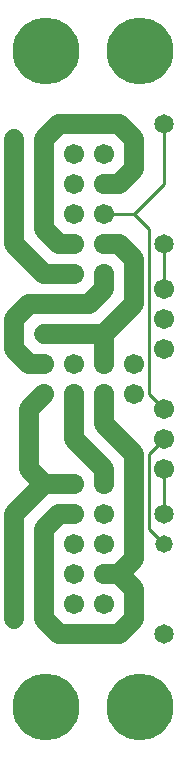
<source format=gtl>
%MOIN*%
%FSLAX25Y25*%
G04 D10 used for Character Trace; *
G04     Circle (OD=.01000) (No hole)*
G04 D11 used for Power Trace; *
G04     Circle (OD=.06500) (No hole)*
G04 D12 used for Signal Trace; *
G04     Circle (OD=.01100) (No hole)*
G04 D13 used for Via; *
G04     Circle (OD=.05800) (Round. Hole ID=.02800)*
G04 D14 used for Component hole; *
G04     Circle (OD=.06500) (Round. Hole ID=.03500)*
G04 D15 used for Component hole; *
G04     Circle (OD=.06700) (Round. Hole ID=.04300)*
G04 D16 used for Component hole; *
G04     Circle (OD=.08100) (Round. Hole ID=.05100)*
G04 D17 used for Component hole; *
G04     Circle (OD=.08900) (Round. Hole ID=.05900)*
G04 D18 used for Component hole; *
G04     Circle (OD=.11300) (Round. Hole ID=.08300)*
G04 D19 used for Component hole; *
G04     Circle (OD=.16000) (Round. Hole ID=.13000)*
G04 D20 used for Component hole; *
G04     Circle (OD=.18300) (Round. Hole ID=.15300)*
G04 D21 used for Component hole; *
G04     Circle (OD=.22291) (Round. Hole ID=.19291)*
%ADD10C,.01000*%
%ADD11C,.06500*%
%ADD12C,.01100*%
%ADD13C,.05800*%
%ADD14C,.06500*%
%ADD15C,.06700*%
%ADD16C,.08100*%
%ADD17C,.08900*%
%ADD18C,.11300*%
%ADD19C,.16000*%
%ADD20C,.18300*%
%ADD21C,.22291*%
%IPPOS*%
%LPD*%
G90*X0Y0D02*D21*X15625Y15625D03*D11*              
X20000Y40000D02*X40000D01*X20000D02*              
X15000Y45000D01*Y75000D01*X20000Y80000D01*        
X25000D01*D15*D03*X35000Y70000D03*Y90000D03*D11*  
Y95000D01*X25000Y105000D01*Y120000D01*D15*D03*D11*
X45000Y100000D02*X35000Y110000D01*X45000Y65000D02*
Y100000D01*X40000Y60000D02*X45000Y65000D01*       
Y55000D02*X40000Y60000D01*X45000Y45000D02*        
Y55000D01*X40000Y40000D02*X45000Y45000D01*D15*    
X35000Y50000D03*X25000D03*D14*X55000Y40000D03*D11*
X35000Y60000D02*X40000D01*D15*X35000D03*          
X25000Y70000D03*Y60000D03*D12*X55000Y70000D02*    
X50000Y75000D01*D13*X55000Y70000D03*D12*          
X50000Y75000D02*Y100000D01*X55000Y105000D01*D15*  
D03*Y115000D03*D12*X50000Y120000D01*Y175000D01*   
X45000Y180000D01*X35000D01*D15*D03*               
X25000Y190000D03*Y170000D03*D11*X20000D01*        
X15000Y175000D01*Y205000D01*X20000Y210000D01*     
X40000D01*X45000Y205000D01*Y195000D01*            
X40000Y190000D01*X35000D01*D15*D03*D12*           
X45000Y180000D02*X55000Y190000D01*Y210000D01*D14* 
D03*D15*X35000Y200000D03*D21*X46875Y234375D03*D15*
X25000Y180000D03*Y200000D03*D21*X15625Y234375D03* 
D15*X35000Y170000D03*D11*X40000D01*               
X45000Y165000D01*Y150000D01*X35000Y140000D01*     
Y130000D01*D15*D03*X45000Y120000D03*Y130000D03*   
D11*X15000Y140000D02*X35000D01*D13*X15000D03*D15* 
X25000Y130000D03*D11*X5000Y135000D02*Y145000D01*  
X10000Y130000D02*X5000Y135000D01*X10000Y130000D02*
X15000D01*D15*D03*Y120000D03*D11*X10000Y115000D01*
Y95000D01*X15000Y90000D01*X5000Y80000D01*         
Y45000D01*D13*D03*D15*X35000Y80000D03*D21*        
X46875Y15625D03*D15*X25000Y90000D03*D11*X15000D01*
X35000Y110000D02*Y120000D01*D15*D03*              
X55000Y135000D03*Y145000D03*Y95000D03*D12*        
Y80000D01*D14*D03*D11*X5000Y145000D02*            
X10000Y150000D01*X30000D01*X35000Y155000D01*      
Y160000D01*D15*D03*X25000D03*D11*X15000D01*       
X5000Y170000D01*Y205000D01*D13*D03*D15*           
X55000Y155000D03*D12*Y170000D01*D14*D03*M02*      

</source>
